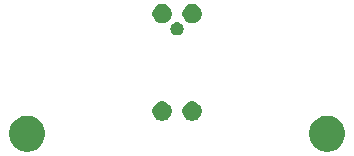
<source format=gbr>
G04 #@! TF.GenerationSoftware,KiCad,Pcbnew,(5.1.2)-2*
G04 #@! TF.CreationDate,2019-10-20T18:32:25-05:00*
G04 #@! TF.ProjectId,LaserDiode_Breakout_Hardware,4c617365-7244-4696-9f64-655f42726561,rev?*
G04 #@! TF.SameCoordinates,Original*
G04 #@! TF.FileFunction,Soldermask,Bot*
G04 #@! TF.FilePolarity,Negative*
%FSLAX46Y46*%
G04 Gerber Fmt 4.6, Leading zero omitted, Abs format (unit mm)*
G04 Created by KiCad (PCBNEW (5.1.2)-2) date 2019-10-20 18:32:25*
%MOMM*%
%LPD*%
G04 APERTURE LIST*
%ADD10C,0.100000*%
G04 APERTURE END LIST*
D10*
G36*
X-714712643Y109444913D02*
G01*
X-714565407Y109415626D01*
X-714288021Y109300729D01*
X-714038379Y109133923D01*
X-713826077Y108921621D01*
X-713659271Y108671979D01*
X-713544374Y108394593D01*
X-713485800Y108100121D01*
X-713485800Y107799879D01*
X-713544374Y107505407D01*
X-713659271Y107228021D01*
X-713826077Y106978379D01*
X-714038379Y106766077D01*
X-714288021Y106599271D01*
X-714565407Y106484374D01*
X-714712643Y106455087D01*
X-714859878Y106425800D01*
X-715160122Y106425800D01*
X-715307357Y106455087D01*
X-715454593Y106484374D01*
X-715731979Y106599271D01*
X-715981621Y106766077D01*
X-716193923Y106978379D01*
X-716360729Y107228021D01*
X-716475626Y107505407D01*
X-716534200Y107799879D01*
X-716534200Y108100121D01*
X-716475626Y108394593D01*
X-716360729Y108671979D01*
X-716193923Y108921621D01*
X-715981621Y109133923D01*
X-715731979Y109300729D01*
X-715454593Y109415626D01*
X-715307357Y109444913D01*
X-715160122Y109474200D01*
X-714859878Y109474200D01*
X-714712643Y109444913D01*
X-714712643Y109444913D01*
G37*
G36*
X-740112643Y109444913D02*
G01*
X-739965407Y109415626D01*
X-739688021Y109300729D01*
X-739438379Y109133923D01*
X-739226077Y108921621D01*
X-739059271Y108671979D01*
X-738944374Y108394593D01*
X-738885800Y108100121D01*
X-738885800Y107799879D01*
X-738944374Y107505407D01*
X-739059271Y107228021D01*
X-739226077Y106978379D01*
X-739438379Y106766077D01*
X-739688021Y106599271D01*
X-739965407Y106484374D01*
X-740112643Y106455087D01*
X-740259878Y106425800D01*
X-740560122Y106425800D01*
X-740707357Y106455087D01*
X-740854593Y106484374D01*
X-741131979Y106599271D01*
X-741381621Y106766077D01*
X-741593923Y106978379D01*
X-741760729Y107228021D01*
X-741875626Y107505407D01*
X-741934200Y107799879D01*
X-741934200Y108100121D01*
X-741875626Y108394593D01*
X-741760729Y108671979D01*
X-741593923Y108921621D01*
X-741381621Y109133923D01*
X-741131979Y109300729D01*
X-740854593Y109415626D01*
X-740707357Y109444913D01*
X-740560122Y109474200D01*
X-740259878Y109474200D01*
X-740112643Y109444913D01*
X-740112643Y109444913D01*
G37*
G36*
X-726202858Y110648309D02*
G01*
X-726054899Y110587022D01*
X-725921745Y110498052D01*
X-725808499Y110384806D01*
X-725719529Y110251652D01*
X-725658242Y110103693D01*
X-725627000Y109946626D01*
X-725627000Y109786476D01*
X-725658242Y109629409D01*
X-725719529Y109481450D01*
X-725808499Y109348296D01*
X-725921745Y109235050D01*
X-726054899Y109146080D01*
X-726202858Y109084793D01*
X-726359925Y109053551D01*
X-726520075Y109053551D01*
X-726677142Y109084793D01*
X-726825101Y109146080D01*
X-726958255Y109235050D01*
X-727071501Y109348296D01*
X-727160471Y109481450D01*
X-727221758Y109629409D01*
X-727253000Y109786476D01*
X-727253000Y109946626D01*
X-727221758Y110103693D01*
X-727160471Y110251652D01*
X-727071501Y110384806D01*
X-726958255Y110498052D01*
X-726825101Y110587022D01*
X-726677142Y110648309D01*
X-726520075Y110679551D01*
X-726359925Y110679551D01*
X-726202858Y110648309D01*
X-726202858Y110648309D01*
G37*
G36*
X-728742858Y110648309D02*
G01*
X-728594899Y110587022D01*
X-728461745Y110498052D01*
X-728348499Y110384806D01*
X-728259529Y110251652D01*
X-728198242Y110103693D01*
X-728167000Y109946626D01*
X-728167000Y109786476D01*
X-728198242Y109629409D01*
X-728259529Y109481450D01*
X-728348499Y109348296D01*
X-728461745Y109235050D01*
X-728594899Y109146080D01*
X-728742858Y109084793D01*
X-728899925Y109053551D01*
X-729060075Y109053551D01*
X-729217142Y109084793D01*
X-729365101Y109146080D01*
X-729498255Y109235050D01*
X-729611501Y109348296D01*
X-729700471Y109481450D01*
X-729761758Y109629409D01*
X-729793000Y109786476D01*
X-729793000Y109946626D01*
X-729761758Y110103693D01*
X-729700471Y110251652D01*
X-729611501Y110384806D01*
X-729498255Y110498052D01*
X-729365101Y110587022D01*
X-729217142Y110648309D01*
X-729060075Y110679551D01*
X-728899925Y110679551D01*
X-728742858Y110648309D01*
X-728742858Y110648309D01*
G37*
G36*
X-727546949Y117377520D02*
G01*
X-727496080Y117356449D01*
X-727445214Y117335380D01*
X-727353658Y117274204D01*
X-727275796Y117196342D01*
X-727214620Y117104786D01*
X-727193551Y117053920D01*
X-727172480Y117003051D01*
X-727151000Y116895059D01*
X-727151000Y116784941D01*
X-727172480Y116676949D01*
X-727193551Y116626080D01*
X-727214620Y116575214D01*
X-727275796Y116483658D01*
X-727353658Y116405796D01*
X-727445214Y116344620D01*
X-727496080Y116323551D01*
X-727546949Y116302480D01*
X-727654941Y116281000D01*
X-727765059Y116281000D01*
X-727873051Y116302480D01*
X-727923920Y116323551D01*
X-727974786Y116344620D01*
X-728066342Y116405796D01*
X-728144204Y116483658D01*
X-728205380Y116575214D01*
X-728226449Y116626080D01*
X-728247520Y116676949D01*
X-728269000Y116784941D01*
X-728269000Y116895059D01*
X-728247520Y117003051D01*
X-728226449Y117053920D01*
X-728205380Y117104786D01*
X-728144204Y117196342D01*
X-728066342Y117274204D01*
X-727974786Y117335380D01*
X-727923920Y117356449D01*
X-727873051Y117377520D01*
X-727765059Y117399000D01*
X-727654941Y117399000D01*
X-727546949Y117377520D01*
X-727546949Y117377520D01*
G37*
G36*
X-726202858Y118891758D02*
G01*
X-726054899Y118830471D01*
X-725921745Y118741501D01*
X-725808499Y118628255D01*
X-725719529Y118495101D01*
X-725658242Y118347142D01*
X-725627000Y118190075D01*
X-725627000Y118029925D01*
X-725658242Y117872858D01*
X-725719529Y117724899D01*
X-725808499Y117591745D01*
X-725921745Y117478499D01*
X-726054899Y117389529D01*
X-726202858Y117328242D01*
X-726359925Y117297000D01*
X-726520075Y117297000D01*
X-726677142Y117328242D01*
X-726825101Y117389529D01*
X-726958255Y117478499D01*
X-727071501Y117591745D01*
X-727160471Y117724899D01*
X-727221758Y117872858D01*
X-727253000Y118029925D01*
X-727253000Y118190075D01*
X-727221758Y118347142D01*
X-727160471Y118495101D01*
X-727071501Y118628255D01*
X-726958255Y118741501D01*
X-726825101Y118830471D01*
X-726677142Y118891758D01*
X-726520075Y118923000D01*
X-726359925Y118923000D01*
X-726202858Y118891758D01*
X-726202858Y118891758D01*
G37*
G36*
X-728742858Y118891758D02*
G01*
X-728594899Y118830471D01*
X-728461745Y118741501D01*
X-728348499Y118628255D01*
X-728259529Y118495101D01*
X-728198242Y118347142D01*
X-728167000Y118190075D01*
X-728167000Y118029925D01*
X-728198242Y117872858D01*
X-728259529Y117724899D01*
X-728348499Y117591745D01*
X-728461745Y117478499D01*
X-728594899Y117389529D01*
X-728742858Y117328242D01*
X-728899925Y117297000D01*
X-729060075Y117297000D01*
X-729217142Y117328242D01*
X-729365101Y117389529D01*
X-729498255Y117478499D01*
X-729611501Y117591745D01*
X-729700471Y117724899D01*
X-729761758Y117872858D01*
X-729793000Y118029925D01*
X-729793000Y118190075D01*
X-729761758Y118347142D01*
X-729700471Y118495101D01*
X-729611501Y118628255D01*
X-729498255Y118741501D01*
X-729365101Y118830471D01*
X-729217142Y118891758D01*
X-729060075Y118923000D01*
X-728899925Y118923000D01*
X-728742858Y118891758D01*
X-728742858Y118891758D01*
G37*
M02*

</source>
